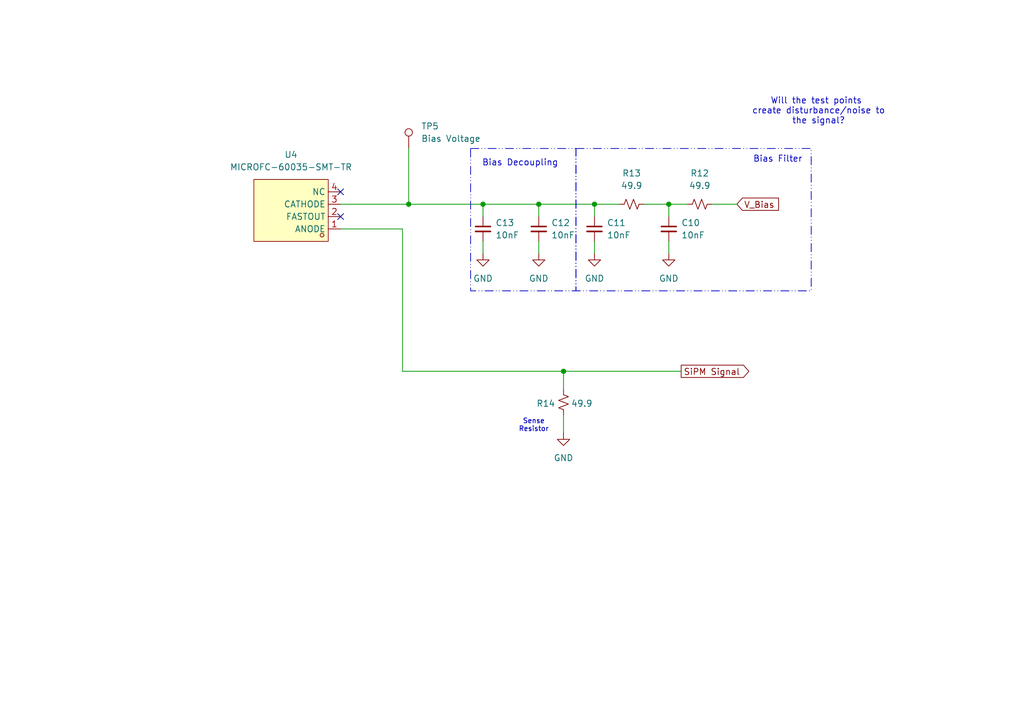
<source format=kicad_sch>
(kicad_sch (version 20250114) (generator "eeschema") (generator_version "9.0")
  (paper "A5")
  (lib_symbols
    (symbol "Connector:TestPoint" (pin_numbers (hide yes)) (pin_names (offset 0.762) (hide yes))
      (property "Reference" "TP" (at 0 6.858 0))
      (property "Value" "TestPoint" (at 0 5.08 0))
      (symbol "TestPoint_0_1"
        (circle (center 0 3.302) (radius 0.762))
      )
      (symbol "TestPoint_1_1"
        (pin passive line (at 0 0 90) (length 2.54) (name "1") (number "1"))
      )
    )
    (symbol "Device:C_Small" (pin_numbers (hide yes)) (pin_names (offset 0.254) (hide yes))
      (property "Reference" "C" (at 0.254 1.778 0))
      (property "Value" "C_Small" (at 0.254 -2.032 0))
      (symbol "C_Small_0_1"
        (polyline (pts (xy -1.524 0.508) (xy 1.524 0.508)) (stroke (width 0.3048)))
        (polyline (pts (xy -1.524 -0.508) (xy 1.524 -0.508)) (stroke (width 0.3302)))
      )
      (symbol "C_Small_1_1"
        (pin passive line (at 0 2.54 270) (length 2.032) (name "~") (number "1"))
        (pin passive line (at 0 -2.54 90) (length 2.032) (name "~") (number "2"))
      )
    )
    (symbol "Device:R_Small_US" (pin_numbers (hide yes)) (pin_names (offset 0.254) (hide yes))
      (property "Reference" "R" (at 0.762 0.508 0))
      (property "Value" "R_Small_US" (at 0.762 -1.016 0))
      (symbol "R_Small_US_1_1"
        (polyline (pts (xy 0 1.524) (xy 1.016 1.143) (xy 0 0.762) (xy -1.016 0.381) (xy 0 0)))
        (polyline (pts (xy 0 0) (xy 1.016 -0.381) (xy 0 -0.762) (xy -1.016 -1.143) (xy 0 -1.524)))
        (pin passive line (at 0 2.54 270) (length 1.016) (name "~") (number "1"))
        (pin passive line (at 0 -2.54 90) (length 1.016) (name "~") (number "2"))
      )
    )
    (symbol "SiPM_MicroFC60035:MICROFC-60035-SMT-TR"
      (property "Reference" "U" (at 0 8.89 0))
      (property "Value" "MICROFC-60035-SMT-TR" (at 0 -8.89 0))
      (symbol "MICROFC-60035-SMT-TR_0_1"
        (rectangle (start -7.62 6.35) (end 7.62 -6.35) (fill (type background)))
        (circle (center -6.35 5.08) (radius 0.38))
        (pin unspecified line (at -10.16 3.81 0) (length 2.54) (name "ANODE") (number "1"))
        (pin unspecified line (at -10.16 1.27 0) (length 2.54) (name "FASTOUT") (number "2"))
        (pin unspecified line (at -10.16 -1.27 0) (length 2.54) (name "CATHODE") (number "3"))
        (pin unspecified line (at -10.16 -3.81 0) (length 2.54) (name "NC") (number "4"))
      )
    )
    (symbol "power:GND" (power) (pin_numbers (hide yes)) (pin_names (offset 0) (hide yes))
      (property "Value" "GND" (at 0 -3.81 0))
      (symbol "GND_0_1"
        (polyline (pts (xy 0 0) (xy 0 -1.27) (xy 1.27 -1.27) (xy 0 -2.54) (xy -1.27 -1.27) (xy 0 -1.27)))
      )
      (symbol "GND_1_1"
        (pin power_in line (at 0 0 270) (length 0) (name "~") (number "1"))
      )
    )
  )
  (rectangle (start 96.52 30.48) (end 118.11 59.69) (stroke (width 0) (type dash_dot_dot)))
  (rectangle (start 118.11 30.48) (end 166.37 59.69) (stroke (width 0) (type dash_dot_dot)))
  (text "Bias Filter\n" (at 159.512 32.766 0) (effects (font (size 1.27 1.27))))
  (text "Bias Decoupling\n" (at 106.68 33.528 0) (effects (font (size 1.27 1.27))))
  (text "Sense\nResistor\n" (at 109.474 87.376 0) (effects (font (size 1 1))))
  (text "Will the test points \ncreate disturbance/noise to\nthe signal?\n" (at 167.894 22.86 0) (effects (font (size 1.27 1.27))))
  (junction (at 115.57 76.2))
  (junction (at 83.82 41.91))
  (junction (at 110.49 41.91))
  (junction (at 137.16 41.91))
  (junction (at 121.92 41.91))
  (junction (at 99.06 41.91))
  (no_connect (at 69.85 39.37))
  (no_connect (at 69.85 44.45))
  (wire (pts (xy 99.06 49.53) (xy 99.06 52.07)))
  (wire (pts (xy 83.82 41.91) (xy 99.06 41.91)))
  (wire (pts (xy 132.08 41.91) (xy 137.16 41.91)))
  (wire (pts (xy 82.55 46.99) (xy 82.55 76.2)))
  (wire (pts (xy 115.57 80.01) (xy 115.57 76.2)))
  (wire (pts (xy 99.06 44.45) (xy 99.06 41.91)))
  (wire (pts (xy 115.57 85.09) (xy 115.57 88.9)))
  (wire (pts (xy 121.92 44.45) (xy 121.92 41.91)))
  (wire (pts (xy 69.85 41.91) (xy 83.82 41.91)))
  (wire (pts (xy 110.49 41.91) (xy 121.92 41.91)))
  (wire (pts (xy 115.57 76.2) (xy 139.7 76.2)))
  (wire (pts (xy 121.92 49.53) (xy 121.92 52.07)))
  (wire (pts (xy 146.05 41.91) (xy 151.13 41.91)))
  (wire (pts (xy 137.16 49.53) (xy 137.16 52.07)))
  (wire (pts (xy 69.85 46.99) (xy 82.55 46.99)))
  (wire (pts (xy 83.82 30.48) (xy 83.82 41.91)))
  (wire (pts (xy 137.16 41.91) (xy 140.97 41.91)))
  (wire (pts (xy 121.92 41.91) (xy 127 41.91)))
  (wire (pts (xy 137.16 44.45) (xy 137.16 41.91)))
  (wire (pts (xy 110.49 49.53) (xy 110.49 52.07)))
  (wire (pts (xy 110.49 44.45) (xy 110.49 41.91)))
  (wire (pts (xy 99.06 41.91) (xy 110.49 41.91)))
  (wire (pts (xy 82.55 76.2) (xy 115.57 76.2)))
  (global_label "SiPM Signal" (shape output) (at 139.7 76.2 0) (property "Intersheetrefs" "${INTERSHEET_REFS}" (effects (hide yes))))
  (global_label "V_Bias" (shape input) (at 151.13 41.91 0) (property "Intersheetrefs" "${INTERSHEET_REFS}" (effects (hide yes))))
  (symbol (lib_id "Connector:TestPoint") (at 83.82 30.48 0) (unit 1)
    (property "Reference" "TP5" (at 86.36 25.9079 0) (effects (justify left)))
    (property "Value" "Bias Voltage" (at 86.36 28.4479 0) (effects (justify left)))
    (property "Footprint" "TestPoint:TestPoint_Keystone_5000-5004_Miniature" (effects (hide yes)))
    (property "Description" "test point" (effects (hide yes)))
  )
  (symbol (lib_id "Device:C_Small") (at 121.92 46.99 0) (unit 1)
    (property "Reference" "C11" (at 124.46 45.7262 0) (effects (justify left)))
    (property "Value" "10nF" (at 124.46 48.2662 0) (effects (justify left)))
    (property "Footprint" "Capacitor_SMD:C_0805_2012Metric" (effects (hide yes)))
    (property "Description" "Unpolarized capacitor, small symbol" (effects (hide yes)))
  )
  (symbol (lib_id "power:GND") (at 137.16 52.07 0) (unit 1)
    (property "Reference" "#PWR025" (effects (hide yes)))
    (property "Value" "GND" (at 137.16 57.15 0))
    (property "Description" "Power symbol creates a global label with name \"GND\" , ground" (effects (hide yes)))
  )
  (symbol (lib_id "Device:C_Small") (at 137.16 46.99 0) (unit 1)
    (property "Reference" "C10" (at 139.7 45.7262 0) (effects (justify left)))
    (property "Value" "10nF" (at 139.7 48.2662 0) (effects (justify left)))
    (property "Footprint" "Capacitor_SMD:C_0805_2012Metric" (effects (hide yes)))
    (property "Description" "Unpolarized capacitor, small symbol" (effects (hide yes)))
  )
  (symbol (lib_id "Device:R_Small_US") (at 129.54 41.91 90) (unit 1)
    (property "Reference" "R13" (at 129.54 35.56 90))
    (property "Value" "49.9" (at 129.54 38.1 90))
    (property "Footprint" "Resistor_SMD:R_0805_2012Metric" (effects (hide yes)))
    (property "Description" "Resistor, small US symbol" (effects (hide yes)))
  )
  (symbol (lib_id "power:GND") (at 110.49 52.07 0) (unit 1)
    (property "Reference" "#PWR027" (effects (hide yes)))
    (property "Value" "GND" (at 110.49 57.15 0))
    (property "Description" "Power symbol creates a global label with name \"GND\" , ground" (effects (hide yes)))
  )
  (symbol (lib_id "Device:C_Small") (at 110.49 46.99 0) (unit 1)
    (property "Reference" "C12" (at 113.03 45.7262 0) (effects (justify left)))
    (property "Value" "10nF" (at 113.03 48.2662 0) (effects (justify left)))
    (property "Footprint" "Capacitor_SMD:C_0805_2012Metric" (effects (hide yes)))
    (property "Description" "Unpolarized capacitor, small symbol" (effects (hide yes)))
  )
  (symbol (lib_id "SiPM_MicroFC60035:MICROFC-60035-SMT-TR") (at 59.69 43.18 180) (unit 1)
    (property "Reference" "U4" (at 59.69 31.75 0))
    (property "Value" "MICROFC-60035-SMT-TR" (at 59.69 34.29 0))
    (property "Footprint" "SiPM-MicroFC60035:OPTO-SMD_4P-MICROFC-60035-SMT-TR" (effects (hide yes)))
    (property "Datasheet" "https://lcsc.com/product-detail/Pre-ordered-Products_ON-Semiconductor-ON-MICROFC-60035-SMT-TR_C603293.html" (effects (hide yes)))
    (property "LCSC Part" "C603293" (effects (hide yes)))
  )
  (symbol (lib_id "power:GND") (at 99.06 52.07 0) (unit 1)
    (property "Reference" "#PWR028" (effects (hide yes)))
    (property "Value" "GND" (at 99.06 57.15 0))
    (property "Description" "Power symbol creates a global label with name \"GND\" , ground" (effects (hide yes)))
  )
  (symbol (lib_id "Device:C_Small") (at 99.06 46.99 0) (unit 1)
    (property "Reference" "C13" (at 101.6 45.7262 0) (effects (justify left)))
    (property "Value" "10nF" (at 101.6 48.2662 0) (effects (justify left)))
    (property "Footprint" "Capacitor_SMD:C_0805_2012Metric" (effects (hide yes)))
    (property "Description" "Unpolarized capacitor, small symbol" (effects (hide yes)))
  )
  (symbol (lib_id "Device:R_Small_US") (at 143.51 41.91 90) (unit 1)
    (property "Reference" "R12" (at 143.51 35.56 90))
    (property "Value" "49.9" (at 143.51 38.1 90))
    (property "Footprint" "Resistor_SMD:R_0805_2012Metric" (effects (hide yes)))
    (property "Description" "Resistor, small US symbol" (effects (hide yes)))
  )
  (symbol (lib_id "power:GND") (at 115.57 88.9 0) (unit 1)
    (property "Reference" "#PWR029" (effects (hide yes)))
    (property "Value" "GND" (at 115.57 93.98 0))
    (property "Description" "Power symbol creates a global label with name \"GND\" , ground" (effects (hide yes)))
  )
  (symbol (lib_id "power:GND") (at 121.92 52.07 0) (unit 1)
    (property "Reference" "#PWR026" (effects (hide yes)))
    (property "Value" "GND" (at 121.92 57.15 0))
    (property "Description" "Power symbol creates a global label with name \"GND\" , ground" (effects (hide yes)))
  )
  (symbol (lib_id "Device:R_Small_US") (at 115.57 82.55 0) (unit 1)
    (property "Reference" "R14" (at 109.982 82.804 0) (effects (justify left)))
    (property "Value" "49.9" (at 117.094 82.804 0) (effects (justify left)))
    (property "Footprint" "Resistor_SMD:R_0805_2012Metric" (effects (hide yes)))
    (property "Description" "Resistor, small US symbol" (effects (hide yes)))
  )
)
</source>
